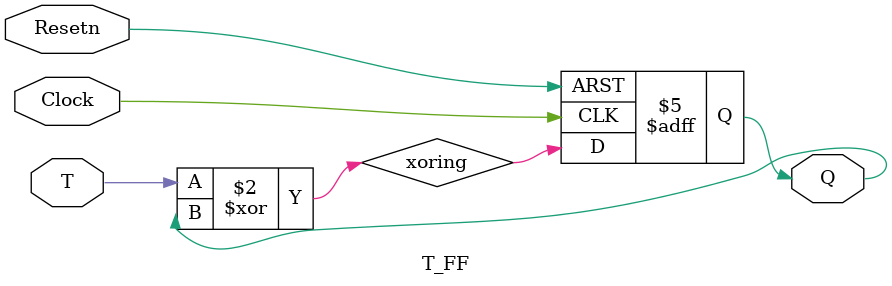
<source format=v>

`timescale 1ns / 1ps
`default_nettype none

module top(SW, LEDR);
	input [9:0]SW;
	output [9:0]LEDR;

	async_counter u0(SW[0], SW[9], SW[8], LEDR[2:0]);

endmodule

module async_counter(Enable, Clock, Resetn, Q);
	 input Enable, Clock, Resetn;
	 output [2:0] Q;
    	 wire [2:0] C;
	 
	 T_FF t0(Clock, resetn, Enable, C[0]);
	 T_FF t1(~C[0], resetn, Enable, C[1]);
	 T_FF t2(~C[1], resetn, Enable, C[2]);

    assign Q = C;
endmodule


module T_FF(Clock, Resetn, T, Q);
	input Clock, Resetn, T;
	output reg Q;
	reg xoring;
	
	always @ (*)
	begin
		xoring = T ^ Q;
	end
	
	always@(posedge Clock, negedge Resetn)
	begin
		if(Resetn == 1'b0) 
			Q <= 0;
		else
			Q <= xoring;
	end
endmodule

</source>
